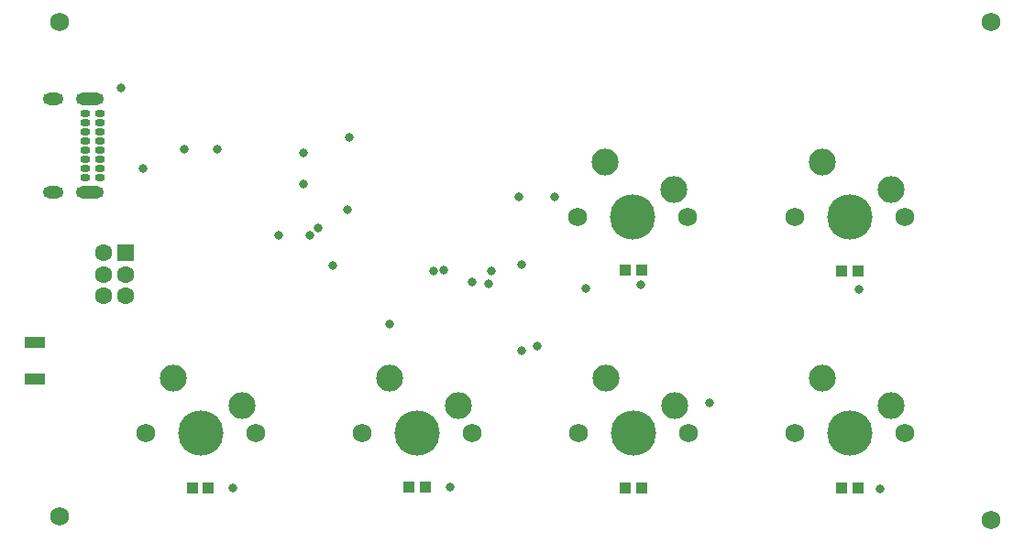
<source format=gbs>
G04*
G04 #@! TF.GenerationSoftware,Altium Limited,CircuitMaker,2.2.1 (2.2.1.6)*
G04*
G04 Layer_Color=8150272*
%FSTAX43Y43*%
%MOMM*%
G71*
G04*
G04 #@! TF.SameCoordinates,C8B466FA-36BC-4938-8632-075A3B1F3AF2*
G04*
G04*
G04 #@! TF.FilePolarity,Negative*
G04*
G01*
G75*
%ADD25C,1.727*%
%ADD26C,2.489*%
%ADD27C,4.191*%
%ADD28C,1.600*%
%ADD29R,1.600X1.600*%
%ADD30O,2.603X1.103*%
%ADD31O,0.950X0.680*%
%ADD32O,1.903X1.103*%
%ADD33C,0.803*%
%ADD55R,1.903X1.003*%
%ADD56R,1.003X1.003*%
D25*
X008702Y005802D02*
D03*
X007686D02*
D03*
X0115Y0076D02*
D03*
X0029D02*
D03*
X005692Y0038D02*
D03*
X006708D02*
D03*
X009692Y0058D02*
D03*
X010708D02*
D03*
X003692Y0038D02*
D03*
X004708D02*
D03*
X007692D02*
D03*
X008708D02*
D03*
X009692D02*
D03*
X010708D02*
D03*
X0115Y003D02*
D03*
X0029Y00303D02*
D03*
D26*
X00794Y00631D02*
D03*
X008575Y006056D02*
D03*
X006581Y004054D02*
D03*
X005946Y004308D02*
D03*
X010581Y006054D02*
D03*
X009946Y006308D02*
D03*
X004581Y004054D02*
D03*
X003946Y004308D02*
D03*
X008581Y004054D02*
D03*
X007946Y004308D02*
D03*
X010581Y004054D02*
D03*
X009946Y004308D02*
D03*
D27*
X008194Y005802D02*
D03*
X0062Y0038D02*
D03*
X0102Y0058D02*
D03*
X0042Y0038D02*
D03*
X0082D02*
D03*
X0102D02*
D03*
D28*
X00351Y00507D02*
D03*
Y00527D02*
D03*
X00331Y00507D02*
D03*
Y00527D02*
D03*
Y00547D02*
D03*
D29*
X00351D02*
D03*
D30*
X003178Y00603D02*
D03*
Y006895D02*
D03*
D31*
X003141Y006165D02*
D03*
Y00642D02*
D03*
Y006335D02*
D03*
Y00659D02*
D03*
Y006505D02*
D03*
Y00676D02*
D03*
Y00625D02*
D03*
Y006675D02*
D03*
X003276Y006165D02*
D03*
Y00642D02*
D03*
Y006335D02*
D03*
Y00659D02*
D03*
Y006505D02*
D03*
Y00676D02*
D03*
Y00625D02*
D03*
Y006675D02*
D03*
D32*
X00284Y00603D02*
D03*
Y006895D02*
D03*
D33*
X0049211Y0056311D02*
D03*
X00529Y0057D02*
D03*
X0068587Y0051781D02*
D03*
X00731Y00461D02*
D03*
X00717Y00456D02*
D03*
X0089Y00408D02*
D03*
X00689Y0053D02*
D03*
X00776Y00514D02*
D03*
X00714Y00599D02*
D03*
X0074681Y0059877D02*
D03*
X00635Y0053D02*
D03*
X00645Y00531D02*
D03*
X00671Y0052D02*
D03*
X00595Y00481D02*
D03*
X00717Y00536D02*
D03*
X0051507Y0061037D02*
D03*
X0051523Y0063921D02*
D03*
X00542Y00535D02*
D03*
X00556Y00587D02*
D03*
X00521Y00563D02*
D03*
X00367Y00625D02*
D03*
X01028Y00513D02*
D03*
X00827Y00517D02*
D03*
X0055787Y00654D02*
D03*
X00347Y00699D02*
D03*
X00436Y00643D02*
D03*
X004055Y0064293D02*
D03*
X0104778Y0032819D02*
D03*
X00651Y0033D02*
D03*
X0045Y00329D02*
D03*
D55*
X00267Y00464D02*
D03*
Y0043D02*
D03*
D56*
X008275Y00329D02*
D03*
X008125D02*
D03*
X006275Y0033D02*
D03*
X006125D02*
D03*
X004275Y00329D02*
D03*
X004125D02*
D03*
X008275Y00531D02*
D03*
X008125D02*
D03*
X010275Y0053D02*
D03*
X010125D02*
D03*
X010275Y00329D02*
D03*
X010125D02*
D03*
M02*

</source>
